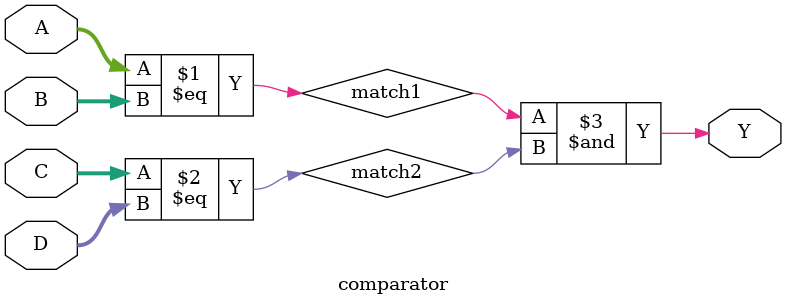
<source format=v>
module comparator(
    input [3:0] A, B, C, D,
    output Y);

wire match1, match2;


assign match1 = (A == B);
assign match2 = (C == D);

assign Y = match1 & match2;

endmodule



</source>
